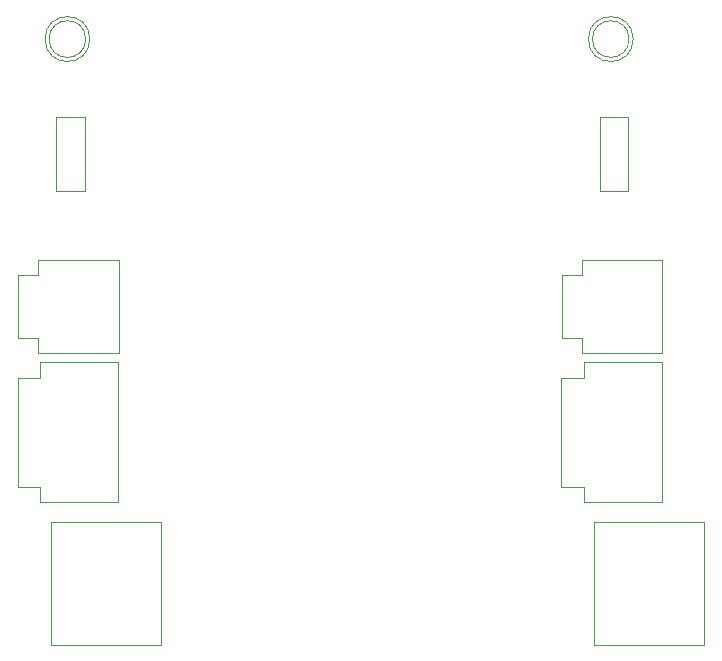
<source format=gbr>
G04*
G04 #@! TF.GenerationSoftware,Altium Limited,Altium Designer,25.4.2 (15)*
G04*
G04 Layer_Color=16711935*
%FSLAX44Y44*%
%MOMM*%
G71*
G04*
G04 #@! TF.SameCoordinates,9E434B86-177F-4C43-98DC-E9B8BA562479*
G04*
G04*
G04 #@! TF.FilePolarity,Positive*
G04*
G01*
G75*
%ADD50C,0.1000*%
D50*
X1581217Y801227D02*
G03*
X1581217Y801227I-15500J0D01*
G01*
X1584717D02*
G03*
X1584717Y801227I-19000J0D01*
G01*
X1542721Y409376D02*
Y422373D01*
Y409376D02*
X1608718D01*
X1542721Y514574D02*
Y527576D01*
X1608718D01*
X1523721Y514574D02*
X1542721D01*
X1523721Y422373D02*
X1542721D01*
X1523721D02*
Y514574D01*
X1608718Y409376D02*
Y527576D01*
X1524218Y548126D02*
Y601726D01*
X1541218D02*
Y614226D01*
Y535626D02*
Y548126D01*
X1524218D02*
X1541218D01*
X1524218Y601726D02*
X1541218D01*
Y535626D02*
X1609218D01*
Y614226D01*
X1541218D02*
X1609218D01*
X1556218Y672476D02*
X1580218D01*
X1556218D02*
Y735476D01*
X1580218Y672476D02*
Y735476D01*
X1556218D02*
X1580218D01*
X1551468Y392476D02*
X1644968D01*
X1551468Y288476D02*
X1644968D01*
X1551468D02*
Y392476D01*
X1644968Y288476D02*
Y392476D01*
X2041277Y801227D02*
G03*
X2041277Y801227I-15500J0D01*
G01*
X2044777D02*
G03*
X2044777Y801227I-19000J0D01*
G01*
X2002781Y409376D02*
Y422373D01*
Y409376D02*
X2068778D01*
X2002781Y514574D02*
Y527576D01*
X2068778D01*
X1983781Y514574D02*
X2002781D01*
X1983781Y422373D02*
X2002781D01*
X1983781D02*
Y514574D01*
X2068778Y409376D02*
Y527576D01*
X1984278Y548126D02*
Y601726D01*
X2001278D02*
Y614226D01*
Y535626D02*
Y548126D01*
X1984278D02*
X2001278D01*
X1984278Y601726D02*
X2001278D01*
Y535626D02*
X2069278D01*
Y614226D01*
X2001278D02*
X2069278D01*
X2016278Y672476D02*
X2040278D01*
X2016278D02*
Y735476D01*
X2040278Y672476D02*
Y735476D01*
X2016278D02*
X2040278D01*
X2011528Y392476D02*
X2105028D01*
X2011528Y288476D02*
X2105028D01*
X2011528D02*
Y392476D01*
X2105028Y288476D02*
Y392476D01*
M02*

</source>
